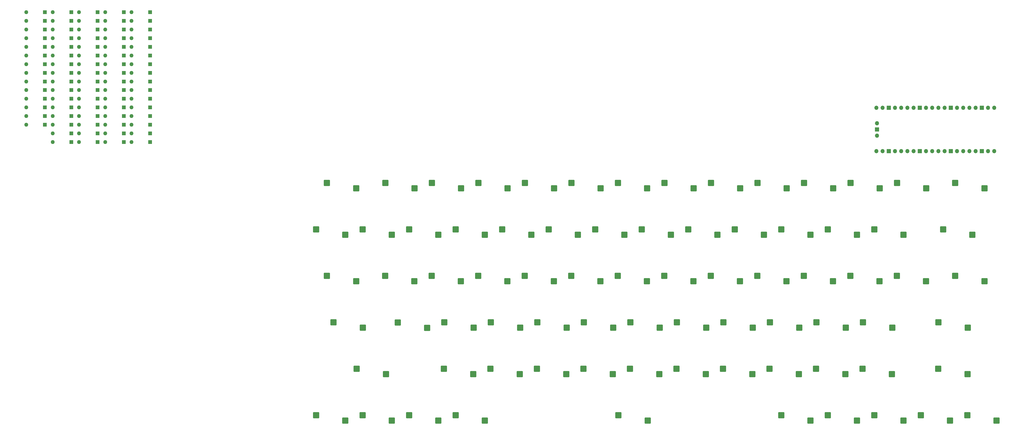
<source format=gbl>
G04 #@! TF.GenerationSoftware,KiCad,Pcbnew,8.0.8*
G04 #@! TF.CreationDate,2025-06-07T08:47:10+08:00*
G04 #@! TF.ProjectId,magic-keys,6d616769-632d-46b6-9579-732e6b696361,rev?*
G04 #@! TF.SameCoordinates,Original*
G04 #@! TF.FileFunction,Copper,L2,Bot*
G04 #@! TF.FilePolarity,Positive*
%FSLAX46Y46*%
G04 Gerber Fmt 4.6, Leading zero omitted, Abs format (unit mm)*
G04 Created by KiCad (PCBNEW 8.0.8) date 2025-06-07 08:47:10*
%MOMM*%
%LPD*%
G01*
G04 APERTURE LIST*
G04 Aperture macros list*
%AMRoundRect*
0 Rectangle with rounded corners*
0 $1 Rounding radius*
0 $2 $3 $4 $5 $6 $7 $8 $9 X,Y pos of 4 corners*
0 Add a 4 corners polygon primitive as box body*
4,1,4,$2,$3,$4,$5,$6,$7,$8,$9,$2,$3,0*
0 Add four circle primitives for the rounded corners*
1,1,$1+$1,$2,$3*
1,1,$1+$1,$4,$5*
1,1,$1+$1,$6,$7*
1,1,$1+$1,$8,$9*
0 Add four rect primitives between the rounded corners*
20,1,$1+$1,$2,$3,$4,$5,0*
20,1,$1+$1,$4,$5,$6,$7,0*
20,1,$1+$1,$6,$7,$8,$9,0*
20,1,$1+$1,$8,$9,$2,$3,0*%
G04 Aperture macros list end*
G04 #@! TA.AperFunction,SMDPad,CuDef*
%ADD10RoundRect,0.250000X-1.025000X-1.000000X1.025000X-1.000000X1.025000X1.000000X-1.025000X1.000000X0*%
G04 #@! TD*
G04 #@! TA.AperFunction,ComponentPad*
%ADD11O,1.700000X1.700000*%
G04 #@! TD*
G04 #@! TA.AperFunction,ComponentPad*
%ADD12R,1.700000X1.700000*%
G04 #@! TD*
G04 #@! TA.AperFunction,ComponentPad*
%ADD13R,1.600000X1.600000*%
G04 #@! TD*
G04 #@! TA.AperFunction,ComponentPad*
%ADD14O,1.600000X1.600000*%
G04 #@! TD*
G04 APERTURE END LIST*
D10*
G04 #@! TO.P,`~1,1,1*
G04 #@! TO.N,Column 0*
X6025000Y-70200000D03*
G04 #@! TO.P,`~1,2,2*
G04 #@! TO.N,Net-(`~Diode1-A)*
X18025000Y-72400000D03*
G04 #@! TD*
G04 #@! TO.P,]}1,1,1*
G04 #@! TO.N,Column 12*
X243862500Y-89250000D03*
G04 #@! TO.P,]}1,2,2*
G04 #@! TO.N,Net-(]}Diode1-A)*
X255862500Y-91450000D03*
G04 #@! TD*
G04 #@! TO.P,\u005C|1,1,1*
G04 #@! TO.N,Column 13*
X267742500Y-89250000D03*
G04 #@! TO.P,\u005C|1,2,2*
G04 #@! TO.N,Net-(\u005C|Diode1-A)*
X279742500Y-91450000D03*
G04 #@! TD*
G04 #@! TO.P,[{1,1,1*
G04 #@! TO.N,Column 11*
X224812500Y-89250000D03*
G04 #@! TO.P,[{1,2,2*
G04 #@! TO.N,Net-([{Diode1-A)*
X236812500Y-91450000D03*
G04 #@! TD*
G04 #@! TO.P,Z1,1,1*
G04 #@! TO.N,Column 1*
X58412500Y-127350000D03*
G04 #@! TO.P,Z1,2,2*
G04 #@! TO.N,Net-(ZDiode1-A)*
X70412500Y-129550000D03*
G04 #@! TD*
G04 #@! TO.P,Y1,1,1*
G04 #@! TO.N,Column 6*
X129562500Y-89250000D03*
G04 #@! TO.P,Y1,2,2*
G04 #@! TO.N,Net-(YDiode1-A)*
X141562500Y-91450000D03*
G04 #@! TD*
G04 #@! TO.P,X1,1,1*
G04 #@! TO.N,Column 2*
X77462500Y-127350000D03*
G04 #@! TO.P,X1,2,2*
G04 #@! TO.N,Net-(XDiode1-A)*
X89462500Y-129550000D03*
G04 #@! TD*
G04 #@! TO.P,W1,1,1*
G04 #@! TO.N,Column 2*
X53362500Y-89250000D03*
G04 #@! TO.P,W1,2,2*
G04 #@! TO.N,Net-(WDiode1-A)*
X65362500Y-91450000D03*
G04 #@! TD*
G04 #@! TO.P,V1,1,1*
G04 #@! TO.N,Column 4*
X115562500Y-127350000D03*
G04 #@! TO.P,V1,2,2*
G04 #@! TO.N,Net-(VDiode1-A)*
X127562500Y-129550000D03*
G04 #@! TD*
G04 #@! TO.P,Up1,1,1*
G04 #@! TO.N,Column 9*
X253675000Y-146400000D03*
G04 #@! TO.P,Up1,2,2*
G04 #@! TO.N,Net-(UpDiode1-A)*
X265675000Y-148600000D03*
G04 #@! TD*
G04 #@! TO.P,U2,1,1*
G04 #@! TO.N,Column 7*
X148612500Y-89250000D03*
G04 #@! TO.P,U2,2,2*
G04 #@! TO.N,Net-(UDiode1-A)*
X160612500Y-91450000D03*
G04 #@! TD*
G04 #@! TO.P,Tab1,1,1*
G04 #@! TO.N,Column 0*
X10500000Y-89250000D03*
G04 #@! TO.P,Tab1,2,2*
G04 #@! TO.N,Net-(TabDiode1-A)*
X22500000Y-91450000D03*
G04 #@! TD*
G04 #@! TO.P,T1,1,1*
G04 #@! TO.N,Column 5*
X110512500Y-89250000D03*
G04 #@! TO.P,T1,2,2*
G04 #@! TO.N,Net-(TDiode1-A)*
X122512500Y-91450000D03*
G04 #@! TD*
G04 #@! TO.P,Space1,1,1*
G04 #@! TO.N,Column 4*
X129850000Y-146400000D03*
G04 #@! TO.P,Space1,2,2*
G04 #@! TO.N,Net-(SpaceDiode1-A)*
X141850000Y-148600000D03*
G04 #@! TD*
G04 #@! TO.P,Shift2,1,1*
G04 #@! TO.N,Column 11*
X260818750Y-127350000D03*
G04 #@! TO.P,Shift2,2,2*
G04 #@! TO.N,Net-(ShiftDiode2-A)*
X272818750Y-129550000D03*
G04 #@! TD*
G04 #@! TO.P,Shift1,1,1*
G04 #@! TO.N,Column 0*
X22693750Y-127350000D03*
G04 #@! TO.P,Shift1,2,2*
G04 #@! TO.N,Net-(ShiftDiode1-A)*
X34693750Y-129550000D03*
G04 #@! TD*
G04 #@! TO.P,S1,1,1*
G04 #@! TO.N,Column 2*
X58537500Y-108300000D03*
G04 #@! TO.P,S1,2,2*
G04 #@! TO.N,Net-(SDiode1-A)*
X70537500Y-110500000D03*
G04 #@! TD*
G04 #@! TO.P,Right1,1,1*
G04 #@! TO.N,Column 10*
X272725000Y-146400000D03*
G04 #@! TO.P,Right1,2,2*
G04 #@! TO.N,Net-(RightDiode1-A)*
X284725000Y-148600000D03*
G04 #@! TD*
G04 #@! TO.P,R1,1,1*
G04 #@! TO.N,Column 4*
X91462500Y-89250000D03*
G04 #@! TO.P,R1,2,2*
G04 #@! TO.N,Net-(RDiode1-A)*
X103462500Y-91450000D03*
G04 #@! TD*
G04 #@! TO.P,Q1,1,1*
G04 #@! TO.N,Column 1*
X34312500Y-89250000D03*
G04 #@! TO.P,Q1,2,2*
G04 #@! TO.N,Net-(QDiode1-A)*
X46312500Y-91450000D03*
G04 #@! TD*
G04 #@! TO.P,P1,1,1*
G04 #@! TO.N,Column 10*
X205762500Y-89250000D03*
G04 #@! TO.P,P1,2,2*
G04 #@! TO.N,Net-(PDiode1-A)*
X217762500Y-91450000D03*
G04 #@! TD*
G04 #@! TO.P,Option1,1,1*
G04 #@! TO.N,Column 2*
X44125000Y-146400000D03*
G04 #@! TO.P,Option1,2,2*
G04 #@! TO.N,Net-(OptionDiode1-A)*
X56125000Y-148600000D03*
G04 #@! TD*
G04 #@! TO.P,O1,1,1*
G04 #@! TO.N,Column 9*
X186712500Y-89250000D03*
G04 #@! TO.P,O1,2,2*
G04 #@! TO.N,Net-(ODiode1-A)*
X198712500Y-91450000D03*
G04 #@! TD*
G04 #@! TO.P,N1,1,1*
G04 #@! TO.N,Column 6*
X153662500Y-127350000D03*
G04 #@! TO.P,N1,2,2*
G04 #@! TO.N,Net-(NDiode1-A)*
X165662500Y-129550000D03*
G04 #@! TD*
G04 #@! TO.P,M1,1,1*
G04 #@! TO.N,Column 7*
X172712500Y-127350000D03*
G04 #@! TO.P,M1,2,2*
G04 #@! TO.N,Net-(MDiode1-A)*
X184712500Y-129550000D03*
G04 #@! TD*
G04 #@! TO.P,Left1,1,1*
G04 #@! TO.N,Column 7*
X215575000Y-146400000D03*
G04 #@! TO.P,Left1,2,2*
G04 #@! TO.N,Net-(LeftDiode1-A)*
X227575000Y-148600000D03*
G04 #@! TD*
G04 #@! TO.P,L1,1,1*
G04 #@! TO.N,Column 9*
X191887500Y-108300000D03*
G04 #@! TO.P,L1,2,2*
G04 #@! TO.N,Net-(LDiode1-A)*
X203887500Y-110500000D03*
G04 #@! TD*
G04 #@! TO.P,K1,1,1*
G04 #@! TO.N,Column 8*
X172837500Y-108300000D03*
G04 #@! TO.P,K1,2,2*
G04 #@! TO.N,Net-(KDiode1-A)*
X184837500Y-110500000D03*
G04 #@! TD*
G04 #@! TO.P,J1,1,1*
G04 #@! TO.N,Column 7*
X153787500Y-108300000D03*
G04 #@! TO.P,J1,2,2*
G04 #@! TO.N,Net-(JDiode1-A)*
X165787500Y-110500000D03*
G04 #@! TD*
G04 #@! TO.P,I1,1,1*
G04 #@! TO.N,Column 8*
X167662500Y-89250000D03*
G04 #@! TO.P,I1,2,2*
G04 #@! TO.N,Net-(IDiode1-A)*
X179662500Y-91450000D03*
G04 #@! TD*
G04 #@! TO.P,H1,1,1*
G04 #@! TO.N,Column 6*
X134737500Y-108300000D03*
G04 #@! TO.P,H1,2,2*
G04 #@! TO.N,Net-(HDiode1-A)*
X146737500Y-110500000D03*
G04 #@! TD*
G04 #@! TO.P,G1,1,1*
G04 #@! TO.N,Column 5*
X115687500Y-108300000D03*
G04 #@! TO.P,G1,2,2*
G04 #@! TO.N,Net-(GDiode1-A)*
X127687500Y-110500000D03*
G04 #@! TD*
G04 #@! TO.P,Fn1,1,1*
G04 #@! TO.N,Column 0*
X6025000Y-146400000D03*
G04 #@! TO.P,Fn1,2,2*
G04 #@! TO.N,Net-(FnDiode1-A)*
X18025000Y-148600000D03*
G04 #@! TD*
G04 #@! TO.P,F13,1,1*
G04 #@! TO.N,Column 4*
X96637500Y-108300000D03*
G04 #@! TO.P,F13,2,2*
G04 #@! TO.N,Net-(FDiode1-A)*
X108637500Y-110500000D03*
G04 #@! TD*
G04 #@! TO.P,F12,1,1*
G04 #@! TO.N,Column 12*
X243930000Y-51150000D03*
G04 #@! TO.P,F12,2,2*
G04 #@! TO.N,Net-(F12Diode1-A)*
X255930000Y-53350000D03*
G04 #@! TD*
G04 #@! TO.P,F11,1,1*
G04 #@! TO.N,Column 11*
X224880000Y-51150000D03*
G04 #@! TO.P,F11,2,2*
G04 #@! TO.N,Net-(F11Diode1-A)*
X236880000Y-53350000D03*
G04 #@! TD*
G04 #@! TO.P,F10,1,1*
G04 #@! TO.N,Column 10*
X205830000Y-51150000D03*
G04 #@! TO.P,F10,2,2*
G04 #@! TO.N,Net-(F10Diode1-A)*
X217830000Y-53350000D03*
G04 #@! TD*
G04 #@! TO.P,F9,1,1*
G04 #@! TO.N,Column 9*
X186780000Y-51150000D03*
G04 #@! TO.P,F9,2,2*
G04 #@! TO.N,Net-(F9Diode1-A)*
X198780000Y-53350000D03*
G04 #@! TD*
G04 #@! TO.P,F8,1,1*
G04 #@! TO.N,Column 8*
X167730000Y-51150000D03*
G04 #@! TO.P,F8,2,2*
G04 #@! TO.N,Net-(F8Diode1-A)*
X179730000Y-53350000D03*
G04 #@! TD*
G04 #@! TO.P,F7,1,1*
G04 #@! TO.N,Column 7*
X148680000Y-51150000D03*
G04 #@! TO.P,F7,2,2*
G04 #@! TO.N,Net-(F7Diode1-A)*
X160680000Y-53350000D03*
G04 #@! TD*
G04 #@! TO.P,F6,1,1*
G04 #@! TO.N,Column 6*
X129630000Y-51150000D03*
G04 #@! TO.P,F6,2,2*
G04 #@! TO.N,Net-(F6Diode1-A)*
X141630000Y-53350000D03*
G04 #@! TD*
G04 #@! TO.P,F5,1,1*
G04 #@! TO.N,Column 5*
X110580000Y-51150000D03*
G04 #@! TO.P,F5,2,2*
G04 #@! TO.N,Net-(F5Diode1-A)*
X122580000Y-53350000D03*
G04 #@! TD*
G04 #@! TO.P,F4,1,1*
G04 #@! TO.N,Column 4*
X91530000Y-51150000D03*
G04 #@! TO.P,F4,2,2*
G04 #@! TO.N,Net-(F4Diode1-A)*
X103530000Y-53350000D03*
G04 #@! TD*
G04 #@! TO.P,F3,1,1*
G04 #@! TO.N,Column 3*
X72480000Y-51150000D03*
G04 #@! TO.P,F3,2,2*
G04 #@! TO.N,Net-(F3Diode1-A)*
X84480000Y-53350000D03*
G04 #@! TD*
G04 #@! TO.P,F2,1,1*
G04 #@! TO.N,Column 2*
X53430000Y-51150000D03*
G04 #@! TO.P,F2,2,2*
G04 #@! TO.N,Net-(F2Diode1-A)*
X65430000Y-53350000D03*
G04 #@! TD*
G04 #@! TO.P,F1,1,1*
G04 #@! TO.N,Column 1*
X34380000Y-51150000D03*
G04 #@! TO.P,F1,2,2*
G04 #@! TO.N,Net-(F1Diode1-A)*
X46380000Y-53350000D03*
G04 #@! TD*
G04 #@! TO.P,Esc1,1,1*
G04 #@! TO.N,Column 0*
X10500000Y-51150000D03*
G04 #@! TO.P,Esc1,2,2*
G04 #@! TO.N,Net-(EscDiode1-A)*
X22500000Y-53350000D03*
G04 #@! TD*
G04 #@! TO.P,Enter1,1,1*
G04 #@! TO.N,Column 12*
X260943750Y-108300000D03*
G04 #@! TO.P,Enter1,2,2*
G04 #@! TO.N,Net-(EnterDiode1-A)*
X272943750Y-110500000D03*
G04 #@! TD*
G04 #@! TO.P,E1,1,1*
G04 #@! TO.N,Column 3*
X72412500Y-89250000D03*
G04 #@! TO.P,E1,2,2*
G04 #@! TO.N,Net-(EDiode1-A)*
X84412500Y-91450000D03*
G04 #@! TD*
G04 #@! TO.P,Down1,1,1*
G04 #@! TO.N,Column 8*
X234625000Y-146400000D03*
G04 #@! TO.P,Down1,2,2*
G04 #@! TO.N,Net-(DownDiode1-A)*
X246625000Y-148600000D03*
G04 #@! TD*
G04 #@! TO.P,Del1,1,1*
G04 #@! TO.N,Column 13*
X267742500Y-51150000D03*
G04 #@! TO.P,Del1,2,2*
G04 #@! TO.N,Net-(DelDiode1-A)*
X279742500Y-53350000D03*
G04 #@! TD*
G04 #@! TO.P,D1,1,1*
G04 #@! TO.N,Column 3*
X77587500Y-108300000D03*
G04 #@! TO.P,D1,2,2*
G04 #@! TO.N,Net-(DDiode1-A)*
X89587500Y-110500000D03*
G04 #@! TD*
G04 #@! TO.P,Control1,1,1*
G04 #@! TO.N,Column 1*
X25075000Y-146400000D03*
G04 #@! TO.P,Control1,2,2*
G04 #@! TO.N,Net-(ControlDiode1-A)*
X37075000Y-148600000D03*
G04 #@! TD*
G04 #@! TO.P,Cmd2,1,1*
G04 #@! TO.N,Column 5*
X196525000Y-146400000D03*
G04 #@! TO.P,Cmd2,2,2*
G04 #@! TO.N,Net-(CmdDiode2-A)*
X208525000Y-148600000D03*
G04 #@! TD*
G04 #@! TO.P,Cmd1,1,1*
G04 #@! TO.N,Column 3*
X63175000Y-146400000D03*
G04 #@! TO.P,Cmd1,2,2*
G04 #@! TO.N,Net-(CmdDiode1-A)*
X75175000Y-148600000D03*
G04 #@! TD*
G04 #@! TO.P,CapsLock1,1,1*
G04 #@! TO.N,Column 0*
X13168750Y-108300000D03*
G04 #@! TO.P,CapsLock1,2,2*
G04 #@! TO.N,Net-(CapsLockDiode1-A)*
X25168750Y-110500000D03*
G04 #@! TD*
G04 #@! TO.P,C1,1,1*
G04 #@! TO.N,Column 3*
X96512500Y-127350000D03*
G04 #@! TO.P,C1,2,2*
G04 #@! TO.N,Net-(CDiode1-A)*
X108512500Y-129550000D03*
G04 #@! TD*
G04 #@! TO.P,Backspace1,1,1*
G04 #@! TO.N,Column 13*
X262812500Y-70200000D03*
G04 #@! TO.P,Backspace1,2,2*
G04 #@! TO.N,Net-(BackspaceDiode1-A)*
X274812500Y-72400000D03*
G04 #@! TD*
G04 #@! TO.P,B1,1,1*
G04 #@! TO.N,Column 5*
X134612500Y-127350000D03*
G04 #@! TO.P,B1,2,2*
G04 #@! TO.N,Net-(BDiode1-A)*
X146612500Y-129550000D03*
G04 #@! TD*
G04 #@! TO.P,A1,1,1*
G04 #@! TO.N,Column 1*
X39487500Y-108400000D03*
G04 #@! TO.P,A1,2,2*
G04 #@! TO.N,Net-(ADiode1-A)*
X51487500Y-110600000D03*
G04 #@! TD*
G04 #@! TO.P,>.1,1,1*
G04 #@! TO.N,Column 9*
X210812500Y-127350000D03*
G04 #@! TO.P,>.1,2,2*
G04 #@! TO.N,Net-(>.Diode1-A)*
X222812500Y-129550000D03*
G04 #@! TD*
G04 #@! TO.P,=+1,1,1*
G04 #@! TO.N,Column 12*
X234625000Y-70200000D03*
G04 #@! TO.P,=+1,2,2*
G04 #@! TO.N,Net-(=+Diode1-A)*
X246625000Y-72400000D03*
G04 #@! TD*
G04 #@! TO.P,<\u002C1,1,1*
G04 #@! TO.N,Column 8*
X191762500Y-127350000D03*
G04 #@! TO.P,<\u002C1,2,2*
G04 #@! TO.N,Net-(<\u002CDiode1-A)*
X203762500Y-129550000D03*
G04 #@! TD*
G04 #@! TO.P,;:1,1,1*
G04 #@! TO.N,Column 10*
X210937500Y-108300000D03*
G04 #@! TO.P,;:1,2,2*
G04 #@! TO.N,Net-(;:Diode1-A)*
X222937500Y-110500000D03*
G04 #@! TD*
G04 #@! TO.P,9(1,1,1*
G04 #@! TO.N,Column 9*
X177475000Y-70200000D03*
G04 #@! TO.P,9(1,2,2*
G04 #@! TO.N,Net-(9(Diode1-A)*
X189475000Y-72400000D03*
G04 #@! TD*
G04 #@! TO.P,8\u002A1,1,1*
G04 #@! TO.N,Column 8*
X158425000Y-70200000D03*
G04 #@! TO.P,8\u002A1,2,2*
G04 #@! TO.N,Net-(8\u002ADiode1-A)*
X170425000Y-72400000D03*
G04 #@! TD*
G04 #@! TO.P,7&1,1,1*
G04 #@! TO.N,Column 7*
X139375000Y-70200000D03*
G04 #@! TO.P,7&1,2,2*
G04 #@! TO.N,Net-(7&Diode1-A)*
X151375000Y-72400000D03*
G04 #@! TD*
G04 #@! TO.P,6^1,1,1*
G04 #@! TO.N,Column 6*
X120325000Y-70200000D03*
G04 #@! TO.P,6^1,2,2*
G04 #@! TO.N,Net-(6^Diode1-A)*
X132325000Y-72400000D03*
G04 #@! TD*
G04 #@! TO.P,5\u00251,1,1*
G04 #@! TO.N,Column 5*
X101275000Y-70200000D03*
G04 #@! TO.P,5\u00251,2,2*
G04 #@! TO.N,Net-(5\u0025Diode1-A)*
X113275000Y-72400000D03*
G04 #@! TD*
G04 #@! TO.P,4$1,1,1*
G04 #@! TO.N,Column 4*
X82225000Y-70200000D03*
G04 #@! TO.P,4$1,2,2*
G04 #@! TO.N,Net-(4$Diode1-A)*
X94225000Y-72400000D03*
G04 #@! TD*
G04 #@! TO.P,3#1,1,1*
G04 #@! TO.N,Column 3*
X63175000Y-70200000D03*
G04 #@! TO.P,3#1,2,2*
G04 #@! TO.N,Net-(3#Diode1-A)*
X75175000Y-72400000D03*
G04 #@! TD*
G04 #@! TO.P,2@1,1,1*
G04 #@! TO.N,Column 2*
X44125000Y-70200000D03*
G04 #@! TO.P,2@1,2,2*
G04 #@! TO.N,Net-(2@Diode1-A)*
X56125000Y-72400000D03*
G04 #@! TD*
G04 #@! TO.P,1!1,1,1*
G04 #@! TO.N,Column 1*
X25075000Y-70200000D03*
G04 #@! TO.P,1!1,2,2*
G04 #@! TO.N,Net-(1!Diode1-A)*
X37075000Y-72400000D03*
G04 #@! TD*
G04 #@! TO.P,0)1,1,1*
G04 #@! TO.N,Column 10*
X196525000Y-70200000D03*
G04 #@! TO.P,0)1,2,2*
G04 #@! TO.N,Net-(0)Diode1-A)*
X208525000Y-72400000D03*
G04 #@! TD*
G04 #@! TO.P,/1,1,1*
G04 #@! TO.N,Column 10*
X229862500Y-127350000D03*
G04 #@! TO.P,/1,2,2*
G04 #@! TO.N,Net-(/?Diode1-A)*
X241862500Y-129550000D03*
G04 #@! TD*
G04 #@! TO.P,-_1,1,1*
G04 #@! TO.N,Column 11*
X215575000Y-70200000D03*
G04 #@! TO.P,-_1,2,2*
G04 #@! TO.N,Net-(-_Diode1-A)*
X227575000Y-72400000D03*
G04 #@! TD*
G04 #@! TO.P,'"1,1,1*
G04 #@! TO.N,Column 11*
X229987500Y-108300000D03*
G04 #@! TO.P,'"1,2,2*
G04 #@! TO.N,Net-('"Diode1-A)*
X241987500Y-110500000D03*
G04 #@! TD*
D11*
G04 #@! TO.P,U1,1,GPIO0*
G04 #@! TO.N,Column 0*
X283755000Y-20320000D03*
G04 #@! TO.P,U1,2,GPIO1*
G04 #@! TO.N,Column 1*
X281215000Y-20320000D03*
D12*
G04 #@! TO.P,U1,3,GND*
G04 #@! TO.N,unconnected-(U1-GND-Pad3)*
X278675000Y-20320000D03*
D11*
G04 #@! TO.P,U1,4,GPIO2*
G04 #@! TO.N,Column 2*
X276135000Y-20320000D03*
G04 #@! TO.P,U1,5,GPIO3*
G04 #@! TO.N,Column 3*
X273595000Y-20320000D03*
G04 #@! TO.P,U1,6,GPIO4*
G04 #@! TO.N,Column 4*
X271055000Y-20320000D03*
G04 #@! TO.P,U1,7,GPIO5*
G04 #@! TO.N,Column 5*
X268515000Y-20320000D03*
D12*
G04 #@! TO.P,U1,8,GND*
G04 #@! TO.N,unconnected-(U1-GND-Pad8)*
X265975000Y-20320000D03*
D11*
G04 #@! TO.P,U1,9,GPIO6*
G04 #@! TO.N,Column 6*
X263435000Y-20320000D03*
G04 #@! TO.P,U1,10,GPIO7*
G04 #@! TO.N,Column 7*
X260895000Y-20320000D03*
G04 #@! TO.P,U1,11,GPIO8*
G04 #@! TO.N,Column 8*
X258355000Y-20320000D03*
G04 #@! TO.P,U1,12,GPIO9*
G04 #@! TO.N,Column 9*
X255815000Y-20320000D03*
D12*
G04 #@! TO.P,U1,13,GND*
G04 #@! TO.N,unconnected-(U1-GND-Pad13)*
X253275000Y-20320000D03*
D11*
G04 #@! TO.P,U1,14,GPIO10*
G04 #@! TO.N,Column 10*
X250735000Y-20320000D03*
G04 #@! TO.P,U1,15,GPIO11*
G04 #@! TO.N,Column 11*
X248195000Y-20320000D03*
G04 #@! TO.P,U1,16,GPIO12*
G04 #@! TO.N,Column 12*
X245655000Y-20320000D03*
G04 #@! TO.P,U1,17,GPIO13*
G04 #@! TO.N,Column 13*
X243115000Y-20320000D03*
D12*
G04 #@! TO.P,U1,18,GND*
G04 #@! TO.N,unconnected-(U1-GND-Pad18)*
X240575000Y-20320000D03*
D11*
G04 #@! TO.P,U1,19,GPIO14*
G04 #@! TO.N,Row 0*
X238035000Y-20320000D03*
G04 #@! TO.P,U1,20,GPIO15*
G04 #@! TO.N,Row 1*
X235495000Y-20320000D03*
G04 #@! TO.P,U1,21,GPIO16*
G04 #@! TO.N,Row 2*
X235495000Y-38100000D03*
G04 #@! TO.P,U1,22,GPIO17*
G04 #@! TO.N,Row 3*
X238035000Y-38100000D03*
D12*
G04 #@! TO.P,U1,23,GND*
G04 #@! TO.N,unconnected-(U1-GND-Pad23)*
X240575000Y-38100000D03*
D11*
G04 #@! TO.P,U1,24,GPIO18*
G04 #@! TO.N,Column 6*
X243115000Y-38100000D03*
G04 #@! TO.P,U1,25,GPIO19*
G04 #@! TO.N,Row 5*
X245655000Y-38100000D03*
G04 #@! TO.P,U1,26,GPIO20*
G04 #@! TO.N,unconnected-(U1-GPIO20-Pad26)*
X248195000Y-38100000D03*
G04 #@! TO.P,U1,27,GPIO21*
G04 #@! TO.N,unconnected-(U1-GPIO21-Pad27)*
X250735000Y-38100000D03*
D12*
G04 #@! TO.P,U1,28,GND*
G04 #@! TO.N,unconnected-(U1-GND-Pad28)*
X253275000Y-38100000D03*
D11*
G04 #@! TO.P,U1,29,GPIO22*
G04 #@! TO.N,unconnected-(U1-GPIO22-Pad29)*
X255815000Y-38100000D03*
G04 #@! TO.P,U1,30,RUN*
G04 #@! TO.N,unconnected-(U1-RUN-Pad30)*
X258355000Y-38100000D03*
G04 #@! TO.P,U1,31,GPIO26_ADC0*
G04 #@! TO.N,unconnected-(U1-GPIO26_ADC0-Pad31)*
X260895000Y-38100000D03*
G04 #@! TO.P,U1,32,GPIO27_ADC1*
G04 #@! TO.N,unconnected-(U1-GPIO27_ADC1-Pad32)*
X263435000Y-38100000D03*
D12*
G04 #@! TO.P,U1,33,AGND*
G04 #@! TO.N,unconnected-(U1-AGND-Pad33)*
X265975000Y-38100000D03*
D11*
G04 #@! TO.P,U1,34,GPIO28_ADC2*
G04 #@! TO.N,unconnected-(U1-GPIO28_ADC2-Pad34)*
X268515000Y-38100000D03*
G04 #@! TO.P,U1,35,ADC_VREF*
G04 #@! TO.N,unconnected-(U1-ADC_VREF-Pad35)*
X271055000Y-38100000D03*
G04 #@! TO.P,U1,36,3V3*
G04 #@! TO.N,unconnected-(U1-3V3-Pad36)*
X273595000Y-38100000D03*
G04 #@! TO.P,U1,37,3V3_EN*
G04 #@! TO.N,unconnected-(U1-3V3_EN-Pad37)*
X276135000Y-38100000D03*
D12*
G04 #@! TO.P,U1,38,GND*
G04 #@! TO.N,unconnected-(U1-GND-Pad38)*
X278675000Y-38100000D03*
D11*
G04 #@! TO.P,U1,39,VSYS*
G04 #@! TO.N,unconnected-(U1-VSYS-Pad39)*
X281215000Y-38100000D03*
G04 #@! TO.P,U1,40,VBUS*
G04 #@! TO.N,unconnected-(U1-VBUS-Pad40)*
X283755000Y-38100000D03*
G04 #@! TO.P,U1,41,SWCLK*
G04 #@! TO.N,unconnected-(U1-SWCLK-Pad41)*
X235725000Y-26670000D03*
D12*
G04 #@! TO.P,U1,42,GND*
G04 #@! TO.N,unconnected-(U1-GND-Pad42)*
X235725000Y-29210000D03*
D11*
G04 #@! TO.P,U1,43,SWDIO*
G04 #@! TO.N,unconnected-(U1-SWDIO-Pad43)*
X235725000Y-31750000D03*
G04 #@! TD*
D13*
G04 #@! TO.P,IDiode1,1,K*
G04 #@! TO.N,Row 2*
X-83452500Y-34375000D03*
D14*
G04 #@! TO.P,IDiode1,2,A*
G04 #@! TO.N,Net-(IDiode1-A)*
X-91072500Y-34375000D03*
G04 #@! TD*
D13*
G04 #@! TO.P,>.Diode1,1,K*
G04 #@! TO.N,Column 6*
X-72682500Y18875000D03*
D14*
G04 #@! TO.P,>.Diode1,2,A*
G04 #@! TO.N,Net-(>.Diode1-A)*
X-80302500Y18875000D03*
G04 #@! TD*
D13*
G04 #@! TO.P,[{Diode1,1,K*
G04 #@! TO.N,Row 2*
X-104992500Y-16625000D03*
D14*
G04 #@! TO.P,[{Diode1,2,A*
G04 #@! TO.N,Net-([{Diode1-A)*
X-112612500Y-16625000D03*
G04 #@! TD*
D13*
G04 #@! TO.P,`~Diode1,1,K*
G04 #@! TO.N,Row 1*
X-104992500Y-27275000D03*
D14*
G04 #@! TO.P,`~Diode1,2,A*
G04 #@! TO.N,Net-(`~Diode1-A)*
X-112612500Y-27275000D03*
G04 #@! TD*
D13*
G04 #@! TO.P,NDiode1,1,K*
G04 #@! TO.N,Column 6*
X-94222500Y1125000D03*
D14*
G04 #@! TO.P,NDiode1,2,A*
G04 #@! TO.N,Net-(NDiode1-A)*
X-101842500Y1125000D03*
G04 #@! TD*
D13*
G04 #@! TO.P,=+Diode1,1,K*
G04 #@! TO.N,Row 1*
X-61912500Y-34375000D03*
D14*
G04 #@! TO.P,=+Diode1,2,A*
G04 #@! TO.N,Net-(=+Diode1-A)*
X-69532500Y-34375000D03*
G04 #@! TD*
D13*
G04 #@! TO.P,UDiode1,1,K*
G04 #@! TO.N,Row 2*
X-104992500Y8225000D03*
D14*
G04 #@! TO.P,UDiode1,2,A*
G04 #@! TO.N,Net-(UDiode1-A)*
X-112612500Y8225000D03*
G04 #@! TD*
D13*
G04 #@! TO.P,SpaceDiode1,1,K*
G04 #@! TO.N,Row 5*
X-104992500Y18875000D03*
D14*
G04 #@! TO.P,SpaceDiode1,2,A*
G04 #@! TO.N,Net-(SpaceDiode1-A)*
X-112612500Y18875000D03*
G04 #@! TD*
D13*
G04 #@! TO.P,QDiode1,1,K*
G04 #@! TO.N,Row 2*
X-94222500Y-16625000D03*
D14*
G04 #@! TO.P,QDiode1,2,A*
G04 #@! TO.N,Net-(QDiode1-A)*
X-101842500Y-16625000D03*
G04 #@! TD*
D13*
G04 #@! TO.P,1!Diode1,1,K*
G04 #@! TO.N,Row 1*
X-61912500Y4675000D03*
D14*
G04 #@! TO.P,1!Diode1,2,A*
G04 #@! TO.N,Net-(1!Diode1-A)*
X-69532500Y4675000D03*
G04 #@! TD*
D13*
G04 #@! TO.P,0)Diode1,1,K*
G04 #@! TO.N,Row 1*
X-61912500Y8225000D03*
D14*
G04 #@! TO.P,0)Diode1,2,A*
G04 #@! TO.N,Net-(0)Diode1-A)*
X-69532500Y8225000D03*
G04 #@! TD*
D13*
G04 #@! TO.P,PDiode1,1,K*
G04 #@! TO.N,Row 2*
X-94222500Y-13075000D03*
D14*
G04 #@! TO.P,PDiode1,2,A*
G04 #@! TO.N,Net-(PDiode1-A)*
X-101842500Y-13075000D03*
G04 #@! TD*
D13*
G04 #@! TO.P,5\u0025Diode1,1,K*
G04 #@! TO.N,Row 1*
X-61912500Y-9525000D03*
D14*
G04 #@! TO.P,5\u0025Diode1,2,A*
G04 #@! TO.N,Net-(5\u0025Diode1-A)*
X-69532500Y-9525000D03*
G04 #@! TD*
D13*
G04 #@! TO.P,SDiode1,1,K*
G04 #@! TO.N,Row 3*
X-94222500Y-27275000D03*
D14*
G04 #@! TO.P,SDiode1,2,A*
G04 #@! TO.N,Net-(SDiode1-A)*
X-101842500Y-27275000D03*
G04 #@! TD*
D13*
G04 #@! TO.P,EnterDiode1,1,K*
G04 #@! TO.N,Row 3*
X-72682500Y-27275000D03*
D14*
G04 #@! TO.P,EnterDiode1,2,A*
G04 #@! TO.N,Net-(EnterDiode1-A)*
X-80302500Y-27275000D03*
G04 #@! TD*
D13*
G04 #@! TO.P,BackspaceDiode1,1,K*
G04 #@! TO.N,Row 1*
X-72682500Y8225000D03*
D14*
G04 #@! TO.P,BackspaceDiode1,2,A*
G04 #@! TO.N,Net-(BackspaceDiode1-A)*
X-80302500Y8225000D03*
G04 #@! TD*
D13*
G04 #@! TO.P,F9Diode1,1,K*
G04 #@! TO.N,Row 0*
X-83452500Y-16625000D03*
D14*
G04 #@! TO.P,F9Diode1,2,A*
G04 #@! TO.N,Net-(F9Diode1-A)*
X-91072500Y-16625000D03*
G04 #@! TD*
D13*
G04 #@! TO.P,EDiode1,1,K*
G04 #@! TO.N,Row 2*
X-72682500Y-23725000D03*
D14*
G04 #@! TO.P,EDiode1,2,A*
G04 #@! TO.N,Net-(EDiode1-A)*
X-80302500Y-23725000D03*
G04 #@! TD*
D13*
G04 #@! TO.P,ControlDiode1,1,K*
G04 #@! TO.N,Row 5*
X-72682500Y-9525000D03*
D14*
G04 #@! TO.P,ControlDiode1,2,A*
G04 #@! TO.N,Net-(ControlDiode1-A)*
X-80302500Y-9525000D03*
G04 #@! TD*
D13*
G04 #@! TO.P,ShiftDiode2,1,K*
G04 #@! TO.N,Column 6*
X-94222500Y-34375000D03*
D14*
G04 #@! TO.P,ShiftDiode2,2,A*
G04 #@! TO.N,Net-(ShiftDiode2-A)*
X-101842500Y-34375000D03*
G04 #@! TD*
D13*
G04 #@! TO.P,F10Diode1,1,K*
G04 #@! TO.N,Row 0*
X-72682500Y-34375000D03*
D14*
G04 #@! TO.P,F10Diode1,2,A*
G04 #@! TO.N,Net-(F10Diode1-A)*
X-80302500Y-34375000D03*
G04 #@! TD*
D13*
G04 #@! TO.P,F3Diode1,1,K*
G04 #@! TO.N,Row 0*
X-83452500Y4675000D03*
D14*
G04 #@! TO.P,F3Diode1,2,A*
G04 #@! TO.N,Net-(F3Diode1-A)*
X-91072500Y4675000D03*
G04 #@! TD*
D13*
G04 #@! TO.P,EscDiode1,1,K*
G04 #@! TO.N,Row 0*
X-72682500Y-30825000D03*
D14*
G04 #@! TO.P,EscDiode1,2,A*
G04 #@! TO.N,Net-(EscDiode1-A)*
X-80302500Y-30825000D03*
G04 #@! TD*
D13*
G04 #@! TO.P,HDiode1,1,K*
G04 #@! TO.N,Row 3*
X-83452500Y-30825000D03*
D14*
G04 #@! TO.P,HDiode1,2,A*
G04 #@! TO.N,Net-(HDiode1-A)*
X-91072500Y-30825000D03*
G04 #@! TD*
D13*
G04 #@! TO.P,LDiode1,1,K*
G04 #@! TO.N,Row 3*
X-94222500Y11775000D03*
D14*
G04 #@! TO.P,LDiode1,2,A*
G04 #@! TO.N,Net-(LDiode1-A)*
X-101842500Y11775000D03*
G04 #@! TD*
D13*
G04 #@! TO.P,VDiode1,1,K*
G04 #@! TO.N,Column 6*
X-104992500Y1125000D03*
D14*
G04 #@! TO.P,VDiode1,2,A*
G04 #@! TO.N,Net-(VDiode1-A)*
X-112612500Y1125000D03*
G04 #@! TD*
D13*
G04 #@! TO.P,F6Diode1,1,K*
G04 #@! TO.N,Row 0*
X-83452500Y-5975000D03*
D14*
G04 #@! TO.P,F6Diode1,2,A*
G04 #@! TO.N,Net-(F6Diode1-A)*
X-91072500Y-5975000D03*
G04 #@! TD*
D13*
G04 #@! TO.P,KDiode1,1,K*
G04 #@! TO.N,Row 3*
X-94222500Y15325000D03*
D14*
G04 #@! TO.P,KDiode1,2,A*
G04 #@! TO.N,Net-(KDiode1-A)*
X-101842500Y15325000D03*
G04 #@! TD*
D13*
G04 #@! TO.P,TDiode1,1,K*
G04 #@! TO.N,Row 2*
X-104992500Y15325000D03*
D14*
G04 #@! TO.P,TDiode1,2,A*
G04 #@! TO.N,Net-(TDiode1-A)*
X-112612500Y15325000D03*
G04 #@! TD*
D13*
G04 #@! TO.P,MDiode1,1,K*
G04 #@! TO.N,Column 6*
X-94222500Y4675000D03*
D14*
G04 #@! TO.P,MDiode1,2,A*
G04 #@! TO.N,Net-(MDiode1-A)*
X-101842500Y4675000D03*
G04 #@! TD*
D13*
G04 #@! TO.P,F1Diode1,1,K*
G04 #@! TO.N,Row 0*
X-83452500Y11775000D03*
D14*
G04 #@! TO.P,F1Diode1,2,A*
G04 #@! TO.N,Net-(F1Diode1-A)*
X-91072500Y11775000D03*
G04 #@! TD*
D13*
G04 #@! TO.P,FnDiode1,1,K*
G04 #@! TO.N,Row 5*
X-83452500Y-23725000D03*
D14*
G04 #@! TO.P,FnDiode1,2,A*
G04 #@! TO.N,Net-(FnDiode1-A)*
X-91072500Y-23725000D03*
G04 #@! TD*
D13*
G04 #@! TO.P,F7Diode1,1,K*
G04 #@! TO.N,Row 0*
X-83452500Y-9525000D03*
D14*
G04 #@! TO.P,F7Diode1,2,A*
G04 #@! TO.N,Net-(F7Diode1-A)*
X-91072500Y-9525000D03*
G04 #@! TD*
D13*
G04 #@! TO.P,XDiode1,1,K*
G04 #@! TO.N,Column 6*
X-104992500Y-5975000D03*
D14*
G04 #@! TO.P,XDiode1,2,A*
G04 #@! TO.N,Net-(XDiode1-A)*
X-112612500Y-5975000D03*
G04 #@! TD*
D13*
G04 #@! TO.P,WDiode1,1,K*
G04 #@! TO.N,Row 2*
X-104992500Y-2425000D03*
D14*
G04 #@! TO.P,WDiode1,2,A*
G04 #@! TO.N,Net-(WDiode1-A)*
X-112612500Y-2425000D03*
G04 #@! TD*
D13*
G04 #@! TO.P,DDiode1,1,K*
G04 #@! TO.N,Row 3*
X-72682500Y-13075000D03*
D14*
G04 #@! TO.P,DDiode1,2,A*
G04 #@! TO.N,Net-(DDiode1-A)*
X-80302500Y-13075000D03*
G04 #@! TD*
D13*
G04 #@! TO.P,9(Diode1,1,K*
G04 #@! TO.N,Row 1*
X-61912500Y-23725000D03*
D14*
G04 #@! TO.P,9(Diode1,2,A*
G04 #@! TO.N,Net-(9(Diode1-A)*
X-69532500Y-23725000D03*
G04 #@! TD*
D13*
G04 #@! TO.P,3#Diode1,1,K*
G04 #@! TO.N,Row 1*
X-61912500Y-2425000D03*
D14*
G04 #@! TO.P,3#Diode1,2,A*
G04 #@! TO.N,Net-(3#Diode1-A)*
X-69532500Y-2425000D03*
G04 #@! TD*
D13*
G04 #@! TO.P,6^Diode1,1,K*
G04 #@! TO.N,Row 1*
X-61912500Y-13075000D03*
D14*
G04 #@! TO.P,6^Diode1,2,A*
G04 #@! TO.N,Net-(6^Diode1-A)*
X-69532500Y-13075000D03*
G04 #@! TD*
D13*
G04 #@! TO.P,2@Diode1,1,K*
G04 #@! TO.N,Row 1*
X-61912500Y1125000D03*
D14*
G04 #@! TO.P,2@Diode1,2,A*
G04 #@! TO.N,Net-(2@Diode1-A)*
X-69532500Y1125000D03*
G04 #@! TD*
D13*
G04 #@! TO.P,F4Diode1,1,K*
G04 #@! TO.N,Row 0*
X-83452500Y1125000D03*
D14*
G04 #@! TO.P,F4Diode1,2,A*
G04 #@! TO.N,Net-(F4Diode1-A)*
X-91072500Y1125000D03*
G04 #@! TD*
D13*
G04 #@! TO.P,F12Diode1,1,K*
G04 #@! TO.N,Row 0*
X-83452500Y15325000D03*
D14*
G04 #@! TO.P,F12Diode1,2,A*
G04 #@! TO.N,Net-(F12Diode1-A)*
X-91072500Y15325000D03*
G04 #@! TD*
D13*
G04 #@! TO.P,F5Diode1,1,K*
G04 #@! TO.N,Row 0*
X-83452500Y-2425000D03*
D14*
G04 #@! TO.P,F5Diode1,2,A*
G04 #@! TO.N,Net-(F5Diode1-A)*
X-91072500Y-2425000D03*
G04 #@! TD*
D13*
G04 #@! TO.P,8\u002ADiode1,1,K*
G04 #@! TO.N,Row 1*
X-61912500Y-20175000D03*
D14*
G04 #@! TO.P,8\u002ADiode1,2,A*
G04 #@! TO.N,Net-(8\u002ADiode1-A)*
X-69532500Y-20175000D03*
G04 #@! TD*
D13*
G04 #@! TO.P,/?Diode1,1,K*
G04 #@! TO.N,Column 6*
X-61912500Y11775000D03*
D14*
G04 #@! TO.P,/?Diode1,2,A*
G04 #@! TO.N,Net-(/?Diode1-A)*
X-69532500Y11775000D03*
G04 #@! TD*
D13*
G04 #@! TO.P,CmdDiode1,1,K*
G04 #@! TO.N,Row 5*
X-72682500Y-2425000D03*
D14*
G04 #@! TO.P,CmdDiode1,2,A*
G04 #@! TO.N,Net-(CmdDiode1-A)*
X-80302500Y-2425000D03*
G04 #@! TD*
D13*
G04 #@! TO.P,CapsLockDiode1,1,K*
G04 #@! TO.N,Row 3*
X-72682500Y1125000D03*
D14*
G04 #@! TO.P,CapsLockDiode1,2,A*
G04 #@! TO.N,Net-(CapsLockDiode1-A)*
X-80302500Y1125000D03*
G04 #@! TD*
D13*
G04 #@! TO.P,DownDiode1,1,K*
G04 #@! TO.N,Row 5*
X-72682500Y-20175000D03*
D14*
G04 #@! TO.P,DownDiode1,2,A*
G04 #@! TO.N,Net-(DownDiode1-A)*
X-80302500Y-20175000D03*
G04 #@! TD*
D13*
G04 #@! TO.P,LeftDiode1,1,K*
G04 #@! TO.N,Row 5*
X-94222500Y8225000D03*
D14*
G04 #@! TO.P,LeftDiode1,2,A*
G04 #@! TO.N,Net-(LeftDiode1-A)*
X-101842500Y8225000D03*
G04 #@! TD*
D13*
G04 #@! TO.P,F11Diode1,1,K*
G04 #@! TO.N,Row 0*
X-83452500Y18875000D03*
D14*
G04 #@! TO.P,F11Diode1,2,A*
G04 #@! TO.N,Net-(F11Diode1-A)*
X-91072500Y18875000D03*
G04 #@! TD*
D13*
G04 #@! TO.P,UpDiode1,1,K*
G04 #@! TO.N,Row 5*
X-104992500Y4675000D03*
D14*
G04 #@! TO.P,UpDiode1,2,A*
G04 #@! TO.N,Net-(UpDiode1-A)*
X-112612500Y4675000D03*
G04 #@! TD*
D13*
G04 #@! TO.P,DelDiode1,1,K*
G04 #@! TO.N,Row 0*
X-72682500Y-16625000D03*
D14*
G04 #@! TO.P,DelDiode1,2,A*
G04 #@! TO.N,Net-(DelDiode1-A)*
X-80302500Y-16625000D03*
G04 #@! TD*
D13*
G04 #@! TO.P,OptionDiode1,1,K*
G04 #@! TO.N,Row 5*
X-94222500Y-5975000D03*
D14*
G04 #@! TO.P,OptionDiode1,2,A*
G04 #@! TO.N,Net-(OptionDiode1-A)*
X-101842500Y-5975000D03*
G04 #@! TD*
D13*
G04 #@! TO.P,ODiode1,1,K*
G04 #@! TO.N,Row 2*
X-94222500Y-2425000D03*
D14*
G04 #@! TO.P,ODiode1,2,A*
G04 #@! TO.N,Net-(ODiode1-A)*
X-101842500Y-2425000D03*
G04 #@! TD*
D13*
G04 #@! TO.P,TabDiode1,1,K*
G04 #@! TO.N,Row 2*
X-104992500Y11775000D03*
D14*
G04 #@! TO.P,TabDiode1,2,A*
G04 #@! TO.N,Net-(TabDiode1-A)*
X-112612500Y11775000D03*
G04 #@! TD*
D13*
G04 #@! TO.P,ADiode1,1,K*
G04 #@! TO.N,Row 3*
X-72682500Y15325000D03*
D14*
G04 #@! TO.P,ADiode1,2,A*
G04 #@! TO.N,Net-(ADiode1-A)*
X-80302500Y15325000D03*
G04 #@! TD*
D13*
G04 #@! TO.P,4$Diode1,1,K*
G04 #@! TO.N,Row 1*
X-61912500Y-5975000D03*
D14*
G04 #@! TO.P,4$Diode1,2,A*
G04 #@! TO.N,Net-(4$Diode1-A)*
X-69532500Y-5975000D03*
G04 #@! TD*
D13*
G04 #@! TO.P,F2Diode1,1,K*
G04 #@! TO.N,Row 0*
X-83452500Y8225000D03*
D14*
G04 #@! TO.P,F2Diode1,2,A*
G04 #@! TO.N,Net-(F2Diode1-A)*
X-91072500Y8225000D03*
G04 #@! TD*
D13*
G04 #@! TO.P,RDiode1,1,K*
G04 #@! TO.N,Row 2*
X-94222500Y-20175000D03*
D14*
G04 #@! TO.P,RDiode1,2,A*
G04 #@! TO.N,Net-(RDiode1-A)*
X-101842500Y-20175000D03*
G04 #@! TD*
D13*
G04 #@! TO.P,'"Diode1,1,K*
G04 #@! TO.N,Row 3*
X-61912500Y18875000D03*
D14*
G04 #@! TO.P,'"Diode1,2,A*
G04 #@! TO.N,Net-('"Diode1-A)*
X-69532500Y18875000D03*
G04 #@! TD*
D13*
G04 #@! TO.P,YDiode1,1,K*
G04 #@! TO.N,Row 2*
X-104992500Y-9525000D03*
D14*
G04 #@! TO.P,YDiode1,2,A*
G04 #@! TO.N,Net-(YDiode1-A)*
X-112612500Y-9525000D03*
G04 #@! TD*
D13*
G04 #@! TO.P,GDiode1,1,K*
G04 #@! TO.N,Row 3*
X-83452500Y-27275000D03*
D14*
G04 #@! TO.P,GDiode1,2,A*
G04 #@! TO.N,Net-(GDiode1-A)*
X-91072500Y-27275000D03*
G04 #@! TD*
D13*
G04 #@! TO.P,<\u002CDiode1,1,K*
G04 #@! TO.N,Column 6*
X-61912500Y-30825000D03*
D14*
G04 #@! TO.P,<\u002CDiode1,2,A*
G04 #@! TO.N,Net-(<\u002CDiode1-A)*
X-69532500Y-30825000D03*
G04 #@! TD*
D13*
G04 #@! TO.P,ZDiode1,1,K*
G04 #@! TO.N,Column 6*
X-104992500Y-13075000D03*
D14*
G04 #@! TO.P,ZDiode1,2,A*
G04 #@! TO.N,Net-(ZDiode1-A)*
X-112612500Y-13075000D03*
G04 #@! TD*
D13*
G04 #@! TO.P,JDiode1,1,K*
G04 #@! TO.N,Row 3*
X-94222500Y18875000D03*
D14*
G04 #@! TO.P,JDiode1,2,A*
G04 #@! TO.N,Net-(JDiode1-A)*
X-101842500Y18875000D03*
G04 #@! TD*
D13*
G04 #@! TO.P,F8Diode1,1,K*
G04 #@! TO.N,Row 0*
X-83452500Y-13075000D03*
D14*
G04 #@! TO.P,F8Diode1,2,A*
G04 #@! TO.N,Net-(F8Diode1-A)*
X-91072500Y-13075000D03*
G04 #@! TD*
D13*
G04 #@! TO.P,ShiftDiode1,1,K*
G04 #@! TO.N,Column 6*
X-94222500Y-30825000D03*
D14*
G04 #@! TO.P,ShiftDiode1,2,A*
G04 #@! TO.N,Net-(ShiftDiode1-A)*
X-101842500Y-30825000D03*
G04 #@! TD*
D13*
G04 #@! TO.P,7&Diode1,1,K*
G04 #@! TO.N,Row 1*
X-61912500Y-16625000D03*
D14*
G04 #@! TO.P,7&Diode1,2,A*
G04 #@! TO.N,Net-(7&Diode1-A)*
X-69532500Y-16625000D03*
G04 #@! TD*
D13*
G04 #@! TO.P,RightDiode1,1,K*
G04 #@! TO.N,Row 5*
X-94222500Y-23725000D03*
D14*
G04 #@! TO.P,RightDiode1,2,A*
G04 #@! TO.N,Net-(RightDiode1-A)*
X-101842500Y-23725000D03*
G04 #@! TD*
D13*
G04 #@! TO.P,]}Diode1,1,K*
G04 #@! TO.N,Row 2*
X-104992500Y-23725000D03*
D14*
G04 #@! TO.P,]}Diode1,2,A*
G04 #@! TO.N,Net-(]}Diode1-A)*
X-112612500Y-23725000D03*
G04 #@! TD*
D13*
G04 #@! TO.P,FDiode1,1,K*
G04 #@! TO.N,Row 3*
X-83452500Y-20175000D03*
D14*
G04 #@! TO.P,FDiode1,2,A*
G04 #@! TO.N,Net-(FDiode1-A)*
X-91072500Y-20175000D03*
G04 #@! TD*
D13*
G04 #@! TO.P,;:Diode1,1,K*
G04 #@! TO.N,Row 3*
X-61912500Y-27275000D03*
D14*
G04 #@! TO.P,;:Diode1,2,A*
G04 #@! TO.N,Net-(;:Diode1-A)*
X-69532500Y-27275000D03*
G04 #@! TD*
D13*
G04 #@! TO.P,CmdDiode2,1,K*
G04 #@! TO.N,Row 5*
X-72682500Y-5975000D03*
D14*
G04 #@! TO.P,CmdDiode2,2,A*
G04 #@! TO.N,Net-(CmdDiode2-A)*
X-80302500Y-5975000D03*
G04 #@! TD*
D13*
G04 #@! TO.P,OptionDiode2,1,K*
G04 #@! TO.N,Row 5*
X-94222500Y-9525000D03*
D14*
G04 #@! TO.P,OptionDiode2,2,A*
G04 #@! TO.N,Net-(OptionDiode2-A)*
X-101842500Y-9525000D03*
G04 #@! TD*
D13*
G04 #@! TO.P,-_Diode1,1,K*
G04 #@! TO.N,Row 1*
X-61912500Y15325000D03*
D14*
G04 #@! TO.P,-_Diode1,2,A*
G04 #@! TO.N,Net-(-_Diode1-A)*
X-69532500Y15325000D03*
G04 #@! TD*
D13*
G04 #@! TO.P,BDiode1,1,K*
G04 #@! TO.N,Column 6*
X-72682500Y11775000D03*
D14*
G04 #@! TO.P,BDiode1,2,A*
G04 #@! TO.N,Net-(BDiode1-A)*
X-80302500Y11775000D03*
G04 #@! TD*
D13*
G04 #@! TO.P,CDiode1,1,K*
G04 #@! TO.N,Column 6*
X-72682500Y4675000D03*
D14*
G04 #@! TO.P,CDiode1,2,A*
G04 #@! TO.N,Net-(CDiode1-A)*
X-80302500Y4675000D03*
G04 #@! TD*
D13*
G04 #@! TO.P,\u005C|Diode1,1,K*
G04 #@! TO.N,Row 2*
X-104992500Y-20175000D03*
D14*
G04 #@! TO.P,\u005C|Diode1,2,A*
G04 #@! TO.N,Net-(\u005C|Diode1-A)*
X-112612500Y-20175000D03*
G04 #@! TD*
M02*

</source>
